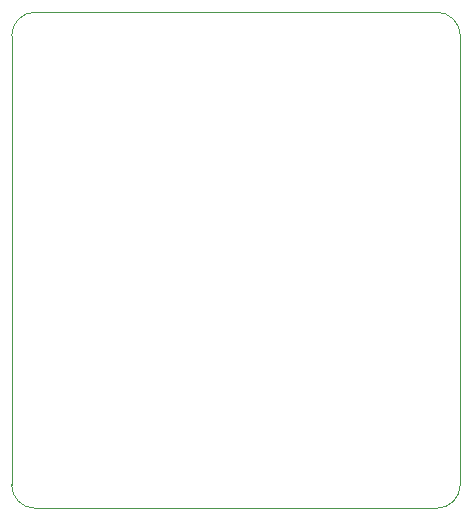
<source format=gbr>
%TF.GenerationSoftware,KiCad,Pcbnew,8.0.9-8.0.9-0~ubuntu22.04.1*%
%TF.CreationDate,2025-07-08T15:19:42+09:00*%
%TF.ProjectId,USB2DXL,55534232-4458-44c2-9e6b-696361645f70,rev?*%
%TF.SameCoordinates,Original*%
%TF.FileFunction,Profile,NP*%
%FSLAX46Y46*%
G04 Gerber Fmt 4.6, Leading zero omitted, Abs format (unit mm)*
G04 Created by KiCad (PCBNEW 8.0.9-8.0.9-0~ubuntu22.04.1) date 2025-07-08 15:19:42*
%MOMM*%
%LPD*%
G01*
G04 APERTURE LIST*
%TA.AperFunction,Profile*%
%ADD10C,0.050000*%
%TD*%
G04 APERTURE END LIST*
D10*
X52443600Y-52386400D02*
X86443600Y-52386400D01*
X86443600Y-52386400D02*
G75*
G02*
X88443600Y-54386400I0J-2000000D01*
G01*
X86443600Y-94386400D02*
X52443600Y-94386400D01*
X50443600Y-92386400D02*
X50443600Y-54386400D01*
X88443600Y-92386400D02*
G75*
G02*
X86443600Y-94386400I-2000000J0D01*
G01*
X52443600Y-94386400D02*
G75*
G02*
X50443600Y-92386400I0J2000000D01*
G01*
X88443600Y-54386400D02*
X88443600Y-92386400D01*
X50443600Y-54386400D02*
G75*
G02*
X52443600Y-52386400I2000000J0D01*
G01*
M02*

</source>
